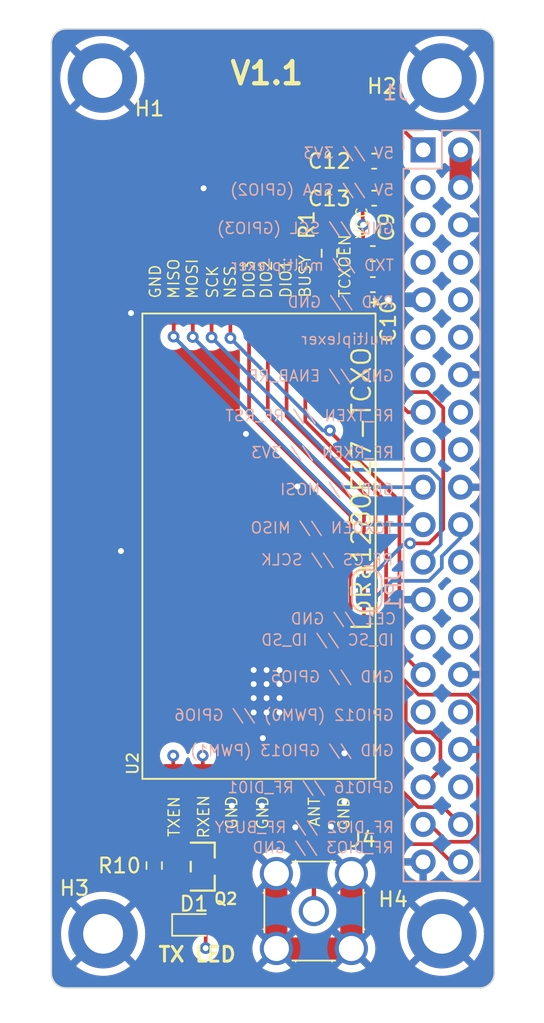
<source format=kicad_pcb>
(kicad_pcb (version 20240108) (generator "pcbnew") (generator_version "8.0")
  (title_block (title "Raspberry Pi SX1280 Adapter") (date "2024-03-26") (rev "1.0") (company "K6TJ") (comment 1 "Pete Mahowald"))
  (layers (0 "F.Cu" signal) (1 "In1.Cu" signal) (2 "In2.Cu" signal) (31 "B.Cu" signal) (34 "B.Paste" user) (35 "F.Paste" user) (36 "B.SilkS" user "B.Silkscreen") (37 "F.SilkS" user "F.Silkscreen") (38 "B.Mask" user) (39 "F.Mask" user) (44 "Edge.Cuts" user))
  (net 0 "")
  (net 1 "GND")
  (net 2 "5V")
  (net 3 "+3V3")
  (net 7 "TX")
  (net 8 "RX")
  (net 11 "ENAB_RF")
  (net 12 "RF_RST")
  (net 13 "RF_TX_EN")
  (net 15 "RF_RX_EN")
  (net 16 "MOSI")
  (net 17 "MISO")
  (net 18 "TCXO_EN")
  (net 19 "SCLK")
  (net 20 "RF_CS")
  (net 28 "RF_IO1")
  (net 30 "RF_BUSY")
  (net 31 "RF_IO2")
  (net 32 "RF_IO3")
  (net 33 "Net-(J4-In)")
  (net 34 "Net-(D1-K)")
  (net 35 "Net-(Q2-D)")
  (net 36 "Net-(J1-Pin_22)")
  (footprint "ssi_transistor:SOT-23" (layer "F.Cu") (at 135.301 104.95 -90)
    (property "Reference" "Q2" (at 2.63 -0.689 180) (layer "F.SilkS") (effects (font (size 0.77216 0.77216) (thickness 0.154432)) (justify left bottom)))
    (property "Value" "IRLML2803" (hide yes))
    (fp_line (start -0.3302 0.8128) (end 0.3302 0.8128) (stroke (width 0.1524)) (layer "F.SilkS"))
    (fp_line (start 1.6256 0.8128) (end 1.6256 -0.8128) (stroke (width 0.1524)) (layer "F.SilkS"))
    (fp_line (start -1.6256 -0.8128) (end -1.6256 0.8128) (stroke (width 0.1524)) (layer "F.SilkS"))
    (fp_line (start -0.6096 -0.8128) (end -1.6256 -0.8128) (stroke (width 0.1524)) (layer "F.SilkS"))
    (fp_line (start 1.6256 -0.8128) (end 0.6096 -0.8128) (stroke (width 0.1524)) (layer "F.SilkS"))
    (pad "1" smd rect (at -0.9525 1.0033 270) (size 0.5588 1.3208) (layers "F.Cu" "F.Paste" "F.Mask") (net 13 "RF_TX_EN"))
    (pad "2" smd rect (at 0.9525 1.0033 270) (size 0.5588 1.3208) (layers "F.Cu" "F.Paste" "F.Mask") (net 1 "GND"))
    (pad "3" smd rect (at 0 -0.8763 270) (size 0.5588 1.3208) (layers "F.Cu" "F.Paste" "F.Mask") (net 35 "Net-(Q2-D)"))
  )
  (footprint "MountingHole:MountingHole_2.7mm_M2.5_DIN965_Pad" (layer "F.Cu") (at 128.5 51.5)
    (property "Reference" "H1" (at 3.188 2.076 0) (layer "F.SilkS"))
    (property "Value" "MountingHole_Pad")
    (pad "1" thru_hole circle (at 0 0) (size 4.7 4.7) (drill 2.7) (layers "*.Cu" "*.Mask") (net 1 "GND"))
  )
  (footprint "Capacitor_SMD:C_0603_1608Metric" (layer "F.Cu") (at 146.915 59.642)
    (property "Reference" "C13" (at -3.035 0.03 0) (layer "F.SilkS"))
    (property "Value" "0.1uF")
    (fp_line (start -0.14058 -0.51) (end 0.14058 -0.51) (stroke (width 0.12)) (layer "F.SilkS"))
    (fp_line (start -0.14058 0.51) (end 0.14058 0.51) (stroke (width 0.12)) (layer "F.SilkS"))
    (pad "1" smd roundrect (at -0.775 0) (size 0.9 0.95) (layers "F.Cu" "F.Paste" "F.Mask") (net 2 "5V"))
    (pad "2" smd roundrect (at 0.775 0) (size 0.9 0.95) (layers "F.Cu" "F.Paste" "F.Mask") (net 1 "GND"))
  )
  (footprint "MountingHole:MountingHole_2.7mm_M2.5_DIN965_Pad" (layer "F.Cu") (at 151.5 51.5)
    (property "Reference" "H2" (at -4.064 0.552 0) (layer "F.SilkS"))
    (property "Value" "MountingHole_Pad")
    (pad "1" thru_hole circle (at 0 0) (size 4.7 4.7) (drill 2.7) (layers "*.Cu" "*.Mask") (net 1 "GND"))
  )
  (footprint "LED_SMD:LED_0603_1608Metric" (layer "F.Cu") (at 134.7125 108.9)
    (property "Reference" "D1" (at 0 -1.43 0) (layer "F.SilkS"))
    (property "Value" "LTST-C191KGKT")
    (fp_line (start -1.485 -0.735) (end -1.485 0.735) (stroke (width 0.12)) (layer "F.SilkS"))
    (fp_line (start -1.485 0.735) (end 0.8 0.735) (stroke (width 0.12)) (layer "F.SilkS"))
    (fp_line (start 0.8 -0.735) (end -1.485 -0.735) (stroke (width 0.12)) (layer "F.SilkS"))
    (pad "1" smd roundrect (at -0.7875 0) (size 0.875 0.95) (layers "F.Cu" "F.Paste" "F.Mask") (net 34 "Net-(D1-K)"))
    (pad "2" smd roundrect (at 0.7875 0) (size 0.875 0.95) (layers "F.Cu" "F.Paste" "F.Mask") (net 2 "5V"))
  )
  (footprint "Capacitor_SMD:C_0603_1608Metric" (layer "F.Cu") (at 146.825 65.5)
    (property "Reference" "C10" (at 1.045 2.49 90) (layer "F.SilkS"))
    (property "Value" "0.1uF")
    (fp_line (start -0.14058 -0.51) (end 0.14058 -0.51) (stroke (width 0.12)) (layer "F.SilkS"))
    (fp_line (start -0.14058 0.51) (end 0.14058 0.51) (stroke (width 0.12)) (layer "F.SilkS"))
    (pad "1" smd roundrect (at -0.775 0) (size 0.9 0.95) (layers "F.Cu" "F.Paste" "F.Mask") (net 2 "5V"))
    (pad "2" smd roundrect (at 0.775 0) (size 0.9 0.95) (layers "F.Cu" "F.Paste" "F.Mask") (net 1 "GND"))
  )
  (footprint "ssi_IC:LORA128XF27" (layer "F.Cu") (at 131.81 99 90)
    (property "Reference" "U2" (at 0.2 -1.7 90) (layer "F.SilkS") (effects (font (size 0.762 0.762) (thickness 0.127)) (justify left top)))
    (property "Value" "LoRa1280F27-TCXO" (at 9.9 13.5 90) (layer "F.SilkS") (effects (font (size 1.27 1.27)) (justify left top)))
    (fp_line (start 31.54 -0.6) (end 0 -0.6) (stroke (width 0.127)) (layer "F.SilkS"))
    (fp_line (start 31.54 15.13) (end 31.54 -0.6) (stroke (width 0.127)) (layer "F.SilkS"))
    (fp_line (start 31.54 15.2) (end 0 15.2) (stroke (width 0.127)) (layer "F.SilkS"))
    (fp_line (start 0 15.2) (end 0 -0.6) (stroke (width 0.127)) (layer "F.SilkS"))
    (fp_text user "*" (at 31.81 16.06 90) (layer "F.SilkS") (effects (justify left bottom)))
    (pad "1" smd rect (at 31.54 14.25 270) (size 1.5 0.975) (layers "F.Cu" "F.Paste" "F.Mask") (net 2 "5V"))
    (pad "2" smd rect (at 31.54 12.98 270) (size 1.5 0.975) (layers "F.Cu" "F.Paste" "F.Mask") (net 18 "TCXO_EN"))
    (pad "3" smd rect (at 31.54 11.71 270) (size 1.5 0.975) (layers "F.Cu" "F.Paste" "F.Mask") (net 12 "RF_RST"))
    (pad "4" smd rect (at 31.54 10.44 270) (size 1.5 0.975) (layers "F.Cu" "F.Paste" "F.Mask") (net 30 "RF_BUSY"))
    (pad "5" smd rect (at 31.54 9.17 270) (size 1.5 0.975) (layers "F.Cu" "F.Paste" "F.Mask") (net 28 "RF_IO1"))
    (pad "6" smd rect (at 31.54 7.9 270) (size 1.5 0.975) (layers "F.Cu" "F.Paste" "F.Mask") (net 31 "RF_IO2"))
    (pad "7" smd rect (at 31.54 6.63 270) (size 1.5 0.975) (layers "F.Cu" "F.Paste" "F.Mask") (net 32 "RF_IO3"))
    (pad "8" smd rect (at 31.54 5.36 270) (size 1.5 0.975) (layers "F.Cu" "F.Paste" "F.Mask") (net 20 "RF_CS"))
    (pad "9" smd rect (at 31.54 4.09 270) (size 1.5 0.975) (layers "F.Cu" "F.Paste" "F.Mask") (net 19 "SCLK"))
    (pad "10" smd rect (at 31.54 2.82 270) (size 1.5 0.975) (layers "F.Cu" "F.Paste" "F.Mask") (net 16 "MOSI"))
    (pad "11" smd rect (at 31.54 1.55 270) (size 1.5 0.975) (layers "F.Cu" "F.Paste" "F.Mask") (net 17 "MISO"))
    (pad "12" smd rect (at 31.54 0.28 270) (size 1.5 0.975) (layers "F.Cu" "F.Paste" "F.Mask") (net 1 "GND"))
    (pad "13" smd rect (at 0 1.5 270) (size 2 1.3) (layers "F.Cu" "F.Paste" "F.Mask") (net 13 "RF_TX_EN"))
    (pad "14" smd rect (at 0 3.5 270) (size 2 1.3) (layers "F.Cu" "F.Paste" "F.Mask") (net 15 "RF_RX_EN"))
    (pad "15" smd rect (at 0 5.5 270) (size 2 1.3) (layers "F.Cu" "F.Paste" "F.Mask") (net 1 "GND"))
    (pad "16" smd rect (at 0 7.5 270) (size 2 1.3) (layers "F.Cu" "F.Paste" "F.Mask") (net 1 "GND"))
    (pad "17" smd rect (at 0 11.02 270) (size 2 1.3) (layers "F.Cu" "F.Paste" "F.Mask") (net 33 "Net-(J4-In)"))
    (pad "18" smd rect (at 0 13.02 270) (size 2 1.3) (layers "F.Cu" "F.Paste" "F.Mask") (net 1 "GND"))
    (pad "19" smd rect (at 5.9 7.75 270) (size 7.3 5.1) (layers "F.Cu" "F.Paste" "F.Mask") (net 1 "GND"))
  )
  (footprint "MountingHole:MountingHole_2.7mm_M2.5_DIN965_Pad" (layer "F.Cu") (at 151.5 109.5)
    (property "Reference" "H4" (at -3.302 -2.33 0) (layer "F.SilkS"))
    (property "Value" "MountingHole_Pad")
    (pad "1" thru_hole circle (at 0 0) (size 4.7 4.7) (drill 2.7) (layers "*.Cu" "*.Mask") (net 1 "GND"))
  )
  (footprint "Resistor_SMD:R_0603_1608Metric" (layer "F.Cu") (at 132.0125 104.875 90)
    (property "Reference" "R10" (at -0.009 -2.3565 0) (layer "F.SilkS"))
    (property "Value" "330")
    (fp_line (start -0.237258 -0.5225) (end 0.237258 -0.5225) (stroke (width 0.12)) (layer "F.SilkS"))
    (fp_line (start -0.237258 0.5225) (end 0.237258 0.5225) (stroke (width 0.12)) (layer "F.SilkS"))
    (pad "1" smd roundrect (at -0.825 0 90) (size 0.8 0.95) (layers "F.Cu" "F.Paste" "F.Mask") (net 34 "Net-(D1-K)"))
    (pad "2" smd roundrect (at 0.825 0 90) (size 0.8 0.95) (layers "F.Cu" "F.Paste" "F.Mask") (net 35 "Net-(Q2-D)"))
  )
  (footprint "Capacitor_SMD:C_0603_1608Metric" (layer "F.Cu") (at 146.825 63.4)
    (property "Reference" "C9" (at 0.925 -1.8 90) (layer "F.SilkS"))
    (property "Value" "10uF")
    (fp_line (start -0.14058 -0.51) (end 0.14058 -0.51) (stroke (width 0.12)) (layer "F.SilkS"))
    (fp_line (start -0.14058 0.51) (end 0.14058 0.51) (stroke (width 0.12)) (layer "F.SilkS"))
    (pad "1" smd roundrect (at -0.775 0) (size 0.9 0.95) (layers "F.Cu" "F.Paste" "F.Mask") (net 2 "5V"))
    (pad "2" smd roundrect (at 0.775 0) (size 0.9 0.95) (layers "F.Cu" "F.Paste" "F.Mask") (net 1 "GND"))
  )
  (footprint "MountingHole:MountingHole_2.7mm_M2.5_DIN965_Pad" (layer "F.Cu") (at 128.55 109.5)
    (property "Reference" "H3" (at -1.942 -3.092 0) (layer "F.SilkS"))
    (property "Value" "MountingHole_Pad")
    (pad "1" thru_hole circle (at 0 0) (size 4.7 4.7) (drill 2.7) (layers "*.Cu" "*.Mask") (net 1 "GND"))
  )
  (footprint "Resistor_SMD:R_0603_1608Metric_Pad0.98x0.95mm_HandSolder" (layer "F.Cu") (at 143.88 63.3785 -90)
    (property "Reference" "R1" (at -1.9285 1.524 90) (layer "F.SilkS"))
    (property "Value" "1K")
    (fp_line (start -0.254724 0.5225) (end 0.254724 0.5225) (stroke (width 0.12)) (layer "F.SilkS"))
    (fp_line (start -0.254724 -0.5225) (end 0.254724 -0.5225) (stroke (width 0.12)) (layer "F.SilkS"))
    (pad "1" smd roundrect (at -0.9125 0 270) (size 0.975 0.95) (layers "F.Cu" "F.Paste" "F.Mask") (net 3 "+3V3"))
    (pad "2" smd roundrect (at 0.9125 0 270) (size 0.975 0.95) (layers "F.Cu" "F.Paste" "F.Mask") (net 18 "TCXO_EN"))
  )
  (footprint "ssi_connector:SMA_Amphenol_901-144_horizontal" (layer "F.Cu") (at 142.83 107.96)
    (property "Reference" "J4" (at 3.336 -4.854 0) (layer "F.SilkS"))
    (property "Value" "Amphenol_901-144")
    (fp_line (start -3.355 -1.45) (end -3.355 1.45) (stroke (width 0.12)) (layer "F.SilkS"))
    (fp_line (start -1.45 -3.355) (end 1.45 -3.355) (stroke (width 0.12)) (layer "F.SilkS"))
    (fp_line (start -1.45 3.355) (end 1.45 3.355) (stroke (width 0.12)) (layer "F.SilkS"))
    (fp_line (start 3.355 -1.45) (end 3.355 1.45) (stroke (width 0.12)) (layer "F.SilkS"))
    (pad "1" thru_hole circle (at 0 0) (size 2.05 2.05) (drill 1.5) (layers "*.Cu" "*.Mask") (net 33 "Net-(J4-In)"))
    (pad "2" thru_hole circle (at -2.54 -2.54) (size 2.25 2.25) (drill 1.7) (layers "*.Cu" "*.Mask") (net 1 "GND"))
    (pad "2" thru_hole circle (at -2.54 2.54) (size 2.25 2.25) (drill 1.7) (layers "*.Cu" "*.Mask") (net 1 "GND"))
    (pad "2" thru_hole circle (at 2.54 -2.54) (size 2.25 2.25) (drill 1.7) (layers "*.Cu" "*.Mask") (net 1 "GND"))
    (pad "2" thru_hole circle (at 2.54 2.54) (size 2.25 2.25) (drill 1.7) (layers "*.Cu" "*.Mask") (net 1 "GND"))
  )
  (footprint "Capacitor_SMD:C_0603_1608Metric" (layer "F.Cu") (at 146.915 57.132)
    (property "Reference" "C12" (at -3.035 0 0) (layer "F.SilkS"))
    (property "Value" "10uF")
    (fp_line (start -0.14058 -0.51) (end 0.14058 -0.51) (stroke (width 0.12)) (layer "F.SilkS"))
    (fp_line (start -0.14058 0.51) (end 0.14058 0.51) (stroke (width 0.12)) (layer "F.SilkS"))
    (pad "1" smd roundrect (at -0.775 0) (size 0.9 0.95) (layers "F.Cu" "F.Paste" "F.Mask") (net 2 "5V"))
    (pad "2" smd roundrect (at 0.775 0) (size 0.9 0.95) (layers "F.Cu" "F.Paste" "F.Mask") (net 1 "GND"))
  )
  (footprint "Jumper:SolderJumper-2_P1.3mm_Bridged2Bar_RoundedPad1.0x1.5mm" (layer "B.Cu") (at 146.42 86.23 90)
    (property "Reference" "JP1" (at 0 1.8 90) (layer "B.SilkS") (effects (justify mirror)))
    (property "Value" "SolderJumper_2_Bridged")
    (fp_poly (pts (xy -0.25 -0.2) (xy 0.25 -0.2) (xy 0.25 -0.6) (xy -0.25 -0.6)) (fill solid) (layer "B.Cu"))
    (fp_poly (pts (xy -0.25 0.6) (xy 0.25 0.6) (xy 0.25 0.2) (xy -0.25 0.2)) (fill solid) (layer "B.Cu"))
    (fp_line (start -0.7 -1) (end 0.7 -1) (stroke (width 0.12)) (layer "B.SilkS"))
    (fp_line (start 1.4 -0.3) (end 1.4 0.3) (stroke (width 0.12)) (layer "B.SilkS"))
    (fp_line (start -1.4 0.3) (end -1.4 -0.3) (stroke (width 0.12)) (layer "B.SilkS"))
    (fp_line (start 0.7 1) (end -0.7 1) (stroke (width 0.12)) (layer "B.SilkS"))
    (fp_arc (start 0.7 -1) (mid 1.194975 -0.794975) (end 1.4 -0.3) (stroke (width 0.12)) (layer "B.SilkS"))
    (fp_arc (start -1.4 -0.3) (mid -1.194975 -0.794975) (end -0.7 -1) (stroke (width 0.12)) (layer "B.SilkS"))
    (fp_arc (start 1.4 0.3) (mid 1.194975 0.794975) (end 0.7 1) (stroke (width 0.12)) (layer "B.SilkS"))
    (fp_arc (start -0.7 1) (mid -1.194975 0.794975) (end -1.4 0.3) (stroke (width 0.12)) (layer "B.SilkS"))
    (pad "1" smd custom (at -0.65 0 90) (size 1 0.5) (layers "B.Cu" "B.Mask") (net 36 "Net-(J1-Pin_22)") (options (clearance outline) (anchor rect)) (primitives (gr_circle (center 0 -0.25) (end 0.5 -0.25) (width 0) (fill yes)) (gr_circle (center 0 0.25) (end 0.5 0.25) (width 0) (fill yes)) (gr_poly (pts (xy 0.5 -0.75) (xy 0 -0.75) (xy 0 0.75) (xy 0.5 0.75)) (width 0) (fill yes))))
    (pad "2" smd custom (at 0.65 0 90) (size 1 0.5) (layers "B.Cu" "B.Mask") (net 18 "TCXO_EN") (options (clearance outline) (anchor rect)) (primitives (gr_circle (center 0 -0.25) (end 0.5 -0.25) (width 0) (fill yes)) (gr_circle (center 0 0.25) (end 0.5 0.25) (width 0) (fill yes)) (gr_poly (pts (xy 0 -0.75) (xy -0.5 -0.75) (xy -0.5 0.75) (xy 0 0.75)) (width 0) (fill yes))))
  )
  (footprint "ssi_connector:PRT-21570" (layer "B.Cu") (at 150.23 56.37 180)
    (property "Reference" "J1" (at 1.86 3.88 0) (layer "B.SilkS") (effects (justify mirror)))
    (property "Value" "PRT-21570")
    (fp_line (start 1.33 1.33) (end 0 1.33) (stroke (width 0.12)) (layer "B.SilkS"))
    (fp_line (start 1.33 0) (end 1.33 1.33) (stroke (width 0.12)) (layer "B.SilkS"))
    (fp_line (start 1.33 -1.27) (end -1.27 -1.27) (stroke (width 0.12)) (layer "B.SilkS"))
    (fp_line (start 1.33 -49.59) (end 1.33 -1.27) (stroke (width 0.12)) (layer "B.SilkS"))
    (fp_line (start 1.33 -49.59) (end -3.87 -49.59) (stroke (width 0.12)) (layer "B.SilkS"))
    (fp_line (start -1.27 1.33) (end -3.87 1.33) (stroke (width 0.12)) (layer "B.SilkS"))
    (fp_line (start -1.27 -1.27) (end -1.27 1.33) (stroke (width 0.12)) (layer "B.SilkS"))
    (fp_line (start -3.87 -49.59) (end -3.87 1.33) (stroke (width 0.12)) (layer "B.SilkS"))
    (pad "1" thru_hole rect (at 0 0 180) (size 1.7 1.7) (drill 1) (layers "*.Cu" "*.Mask") (net 3 "+3V3"))
    (pad "2" thru_hole oval (at -2.54 0 180) (size 1.7 1.7) (drill 1) (layers "*.Cu" "*.Mask") (net 2 "5V"))
    (pad "3" thru_hole oval (at 0 -2.54 180) (size 1.7 1.7) (drill 1) (layers "*.Cu" "*.Mask"))
    (pad "4" thru_hole oval (at -2.54 -2.54 180) (size 1.7 1.7) (drill 1) (layers "*.Cu" "*.Mask") (net 2 "5V"))
    (pad "5" thru_hole oval (at 0 -5.08 180) (size 1.7 1.7) (drill 1) (layers "*.Cu" "*.Mask"))
    (pad "6" thru_hole oval (at -2.54 -5.08 180) (size 1.7 1.7) (drill 1) (layers "*.Cu" "*.Mask") (net 1 "GND"))
    (pad "7" thru_hole oval (at 0 -7.62 180) (size 1.7 1.7) (drill 1) (layers "*.Cu" "*.Mask"))
    (pad "8" thru_hole oval (at -2.54 -7.62 180) (size 1.7 1.7) (drill 1) (layers "*.Cu" "*.Mask") (net 7 "TX"))
    (pad "9" thru_hole oval (at 0 -10.16 180) (size 1.7 1.7) (drill 1) (layers "*.Cu" "*.Mask") (net 1 "GND"))
    (pad "10" thru_hole oval (at -2.54 -10.16 180) (size 1.7 1.7) (drill 1) (layers "*.Cu" "*.Mask") (net 8 "RX"))
    (pad "11" thru_hole oval (at 0 -12.7 180) (size 1.7 1.7) (drill 1) (layers "*.Cu" "*.Mask"))
    (pad "12" thru_hole oval (at -2.54 -12.7 180) (size 1.7 1.7) (drill 1) (layers "*.Cu" "*.Mask"))
    (pad "13" thru_hole oval (at 0 -15.24 180) (size 1.7 1.7) (drill 1) (layers "*.Cu" "*.Mask") (net 11 "ENAB_RF"))
    (pad "14" thru_hole oval (at -2.54 -15.24 180) (size 1.7 1.7) (drill 1) (layers "*.Cu" "*.Mask") (net 1 "GND"))
    (pad "15" thru_hole oval (at 0 -17.78 180) (size 1.7 1.7) (drill 1) (layers "*.Cu" "*.Mask") (net 12 "RF_RST"))
    (pad "16" thru_hole oval (at -2.54 -17.78 180) (size 1.7 1.7) (drill 1) (layers "*.Cu" "*.Mask") (net 13 "RF_TX_EN"))
    (pad "17" thru_hole oval (at 0 -20.32 180) (size 1.7 1.7) (drill 1) (layers "*.Cu" "*.Mask"))
    (pad "18" thru_hole oval (at -2.54 -20.32 180) (size 1.7 1.7) (drill 1) (layers "*.Cu" "*.Mask") (net 15 "RF_RX_EN"))
    (pad "19" thru_hole oval (at 0 -22.86 180) (size 1.7 1.7) (drill 1) (layers "*.Cu" "*.Mask") (net 16 "MOSI"))
    (pad "20" thru_hole oval (at -2.54 -22.86 180) (size 1.7 1.7) (drill 1) (layers "*.Cu" "*.Mask") (net 1 "GND"))
    (pad "21" thru_hole oval (at 0 -25.4 180) (size 1.7 1.7) (drill 1) (layers "*.Cu" "*.Mask") (net 17 "MISO"))
    (pad "22" thru_hole oval (at -2.54 -25.4 180) (size 1.7 1.7) (drill 1) (layers "*.Cu" "*.Mask") (net 36 "Net-(J1-Pin_22)"))
    (pad "23" thru_hole oval (at 0 -27.94 180) (size 1.7 1.7) (drill 1) (layers "*.Cu" "*.Mask") (net 19 "SCLK"))
    (pad "24" thru_hole oval (at -2.54 -27.94 180) (size 1.7 1.7) (drill 1) (layers "*.Cu" "*.Mask"))
    (pad "25" thru_hole oval (at 0 -30.48 180) (size 1.7 1.7) (drill 1) (layers "*.Cu" "*.Mask") (net 1 "GND"))
    (pad "26" thru_hole oval (at -2.54 -30.48 180) (size 1.7 1.7) (drill 1) (layers "*.Cu" "*.Mask"))
    (pad "27" thru_hole oval (at 0 -33.02 180) (size 1.7 1.7) (drill 1) (layers "*.Cu" "*.Mask"))
    (pad "28" thru_hole oval (at -2.54 -33.02 180) (size 1.7 1.7) (drill 1) (layers "*.Cu" "*.Mask"))
    (pad "29" thru_hole oval (at 0 -35.56 180) (size 1.7 1.7) (drill 1) (layers "*.Cu" "*.Mask") (net 20 "RF_CS"))
    (pad "30" thru_hole oval (at -2.54 -35.56 180) (size 1.7 1.7) (drill 1) (layers "*.Cu" "*.Mask") (net 1 "GND"))
    (pad "31" thru_hole oval (at 0 -38.1 180) (size 1.7 1.7) (drill 1) (layers "*.Cu" "*.Mask"))
    (pad "32" thru_hole oval (at -2.54 -38.1 180) (size 1.7 1.7) (drill 1) (layers "*.Cu" "*.Mask"))
    (pad "33" thru_hole oval (at 0 -40.64 180) (size 1.7 1.7) (drill 1) (layers "*.Cu" "*.Mask"))
    (pad "34" thru_hole oval (at -2.54 -40.64 180) (size 1.7 1.7) (drill 1) (layers "*.Cu" "*.Mask") (net 1 "GND"))
    (pad "35" thru_hole oval (at 0 -43.18 180) (size 1.7 1.7) (drill 1) (layers "*.Cu" "*.Mask") (net 28 "RF_IO1"))
    (pad "36" thru_hole oval (at -2.54 -43.18 180) (size 1.7 1.7) (drill 1) (layers "*.Cu" "*.Mask"))
    (pad "37" thru_hole oval (at 0 -45.72 180) (size 1.7 1.7) (drill 1) (layers "*.Cu" "*.Mask") (net 30 "RF_BUSY"))
    (pad "38" thru_hole oval (at -2.54 -45.72 180) (size 1.7 1.7) (drill 1) (layers "*.Cu" "*.Mask") (net 31 "RF_IO2"))
    (pad "39" thru_hole oval (at 0 -48.26 180) (size 1.7 1.7) (drill 1) (layers "*.Cu" "*.Mask") (net 1 "GND"))
    (pad "40" thru_hole oval (at -2.54 -48.26 180) (size 1.7 1.7) (drill 1) (layers "*.Cu" "*.Mask") (net 32 "RF_IO3"))
  )
  (gr_arc (start 125.05 49.17) (mid 125.342893 48.462893) (end 126.05 48.17) (stroke (width 0.1)) (layer "Edge.Cuts"))
  (gr_arc (start 154.05 48.17) (mid 154.757107 48.462893) (end 155.05 49.17) (stroke (width 0.1)) (layer "Edge.Cuts"))
  (gr_line (start 125.05 49.17) (end 125.05 112.17) (stroke (width 0.1)) (layer "Edge.Cuts"))
  (gr_line (start 154.05 48.17) (end 126.05 48.17) (stroke (width 0.1)) (layer "Edge.Cuts"))
  (gr_line (start 155.05 112.17) (end 155.05 49.17) (stroke (width 0.1)) (layer "Edge.Cuts"))
  (gr_line (start 126.05 113.17) (end 154.05 113.17) (stroke (width 0.1)) (layer "Edge.Cuts"))
  (gr_arc (start 155.05 112.17) (mid 154.757107 112.877107) (end 154.05 113.17) (stroke (width 0.1)) (layer "Edge.Cuts"))
  (gr_arc (start 126.05 113.17) (mid 125.342893 112.877107) (end 125.05 112.17) (stroke (width 0.1)) (layer "Edge.Cuts"))
  (gr_text "ID_SC // ID_SD" (at 148.325 90.025 0) (layer "B.SilkS") (effects (font (size 0.75 0.75) (thickness 0.1)) (justify left bottom mirror)))
  (gr_text "TCXOEN // MISO" (at 148.325 82.425 0) (layer "B.SilkS") (effects (font (size 0.75 0.75) (thickness 0.1)) (justify left bottom mirror)))
  (gr_text "CE1 // GND" (at 148.47 88.59 0) (layer "B.SilkS") (effects (font (size 0.75 0.75) (thickness 0.1)) (justify left bottom mirror)))
  (gr_text "GND // SCL (GPIO3)" (at 148.325 62.125 0) (layer "B.SilkS") (effects (font (size 0.75 0.75) (thickness 0.1)) (justify left bottom mirror)))
  (gr_text "GND // MOSI" (at 148.325 79.825 0) (layer "B.SilkS") (effects (font (size 0.75 0.75) (thickness 0.1)) (justify left bottom mirror)))
  (gr_text "GPIO12 (PWM0) // GPIO6" (at 148.325 95.125 0) (layer "B.SilkS") (effects (font (size 0.75 0.75) (thickness 0.1)) (justify left bottom mirror)))
  (gr_text "RF_DIO2 // RF_BUSY" (at 148.325 102.725 0) (layer "B.SilkS") (effects (font (size 0.75 0.75) (thickness 0.1)) (justify left bottom mirror)))
  (gr_text "5V // 3V3" (at 148.325 57.025 0) (layer "B.SilkS") (effects (font (size 0.75 0.75) (thickness 0.1)) (justify left bottom mirror)))
  (gr_text "GND // GPIO5" (at 148.325 92.525 0) (layer "B.SilkS") (effects (font (size 0.75 0.75) (thickness 0.1)) (justify left bottom mirror)))
  (gr_text "GPIO16 // RF_DI01" (at 148.325 100.025 0) (layer "B.SilkS") (effects (font (size 0.75 0.75) (thickness 0.1)) (justify left bottom mirror)))
  (gr_text "RF_CS // SCLK" (at 148.27 84.59 0) (layer "B.SilkS") (effects (font (size 0.75 0.75) (thickness 0.1)) (justify left bottom mirror)))
  (gr_text "RF_RXEN // 3V3" (at 148.325 77.325 0) (layer "B.SilkS") (effects (font (size 0.75 0.75) (thickness 0.1)) (justify left bottom mirror)))
  (gr_text "TXD // multiplexer" (at 148.325 64.625 0) (layer "B.SilkS") (effects (font (size 0.75 0.75) (thickness 0.1)) (justify left bottom mirror)))
  (gr_text "5V // SDA (GPIO2)" (at 148.325 59.525 0) (layer "B.SilkS") (effects (font (size 0.75 0.75) (thickness 0.1)) (justify left bottom mirror)))
  (gr_text "RXD // GND" (at 148.325 67.125 0) (layer "B.SilkS") (effects (font (size 0.75 0.75) (thickness 0.1)) (justify left bottom mirror)))
  (gr_text "GND // GPIO13 (PWM1)" (at 148.325 97.525 0) (layer "B.SilkS") (effects (font (size 0.75 0.75) (thickness 0.1)) (justify left bottom mirror)))
  (gr_text "GND // ENAB_RF" (at 148.325 72.125 0) (layer "B.SilkS") (effects (font (size 0.75 0.75) (thickness 0.1)) (justify left bottom mirror)))
  (gr_text "RF_DIO3 // GND" (at 148.3 104.1 0) (layer "B.SilkS") (effects (font (size 0.75 0.75) (thickness 0.1)) (justify left bottom mirror)))
  (gr_text "RF_TXEN // RF_RST" (at 148.325 74.825 0) (layer "B.SilkS") (effects (font (size 0.75 0.75) (thickness 0.1)) (justify left bottom mirror)))
  (gr_text "multiplexer" (at 148.325 69.625 0) (layer "B.SilkS") (effects (font (size 0.75 0.75) (thickness 0.1)) (justify left bottom mirror)))
  (gr_text "DIO2" (at 140.05 66.525 90) (layer "F.SilkS") (effects (font (size 0.75 0.75) (thickness 0.1)) (justify left bottom)))
  (gr_text "DIO1" (at 141.375 66.475 90) (layer "F.SilkS") (effects (font (size 0.75 0.75) (thickness 0.1)) (justify left bottom)))
  (gr_text "BUSY" (at 142.675 66.45 90) (layer "F.SilkS") (effects (font (size 0.75 0.75) (thickness 0.1)) (justify left bottom)))
  (gr_text "SCK" (at 136.4 66.5 90) (layer "F.SilkS") (effects (font (size 0.75 0.75) (thickness 0.1)) (justify left bottom)))
  (gr_text "TCXOEN" (at 145.37 66.45 90) (layer "F.SilkS") (effects (font (size 0.75 0.75) (thickness 0.1)) (justify left bottom)))
  (gr_text "GND" (at 139.8 102.5 90) (layer "F.SilkS") (effects (font (size 0.75 0.75) (thickness 0.1)) (justify left bottom)))
  (gr_text "MOSI" (at 135.025 66.525 90) (layer "F.SilkS") (effects (font (size 0.75 0.75) (thickness 0.1)) (justify left bottom)))
  (gr_text "NSS" (at 137.6 66.5 90) (layer "F.SilkS") (effects (font (size 0.75 0.75) (thickness 0.1)) (justify left bottom)))
  (gr_text "MISO" (at 133.775 66.525 90) (layer "F.SilkS") (effects (font (size 0.75 0.75) (thickness 0.1)) (justify left bottom)))
  (gr_text "RXEN" (at 135.8 103.1 90) (layer "F.SilkS") (effects (font (size 0.75 0.75) (thickness 0.1)) (justify left bottom)))
  (gr_text "GND" (at 132.525 66.5 90) (layer "F.SilkS") (effects (font (size 0.75 0.75) (thickness 0.1)) (justify left bottom)))
  (gr_text "DIO3" (at 138.875 66.525 90) (layer "F.SilkS") (effects (font (size 0.75 0.75) (thickness 0.1)) (justify left bottom)))
  (gr_text "GND" (at 145.3 102.555 90) (layer "F.SilkS") (effects (font (size 0.75 0.75) (thickness 0.1)) (justify left bottom)))
  (gr_text "TX LED" (at 132.196 111.488 0) (layer "F.SilkS") (effects (font (size 1 1) (thickness 0.2) (bold yes)) (justify left bottom)))
  (gr_text "ANT" (at 143.3 102.3 90) (layer "F.SilkS") (effects (font (size 0.75 0.75) (thickness 0.1)) (justify left bottom)))
  (gr_text "V1.1" (at 137.022 52.052 0) (layer "F.SilkS") (effects (font (size 1.5 1.5) (thickness 0.3) (bold yes)) (justify left bottom)))
  (gr_text "TXEN" (at 133.8 103 90) (layer "F.SilkS") (effects (font (size 0.75 0.75) (thickness 0.1)) (justify left bottom)))
  (gr_text "VCC" (at 146.525 62.45 90) (layer "F.SilkS") (effects (font (size 0.75 0.75) (thickness 0.1)) (justify left bottom)))
  (gr_text "GND" (at 137.7 102.5 90) (layer "F.SilkS") (effects (font (size 0.75 0.75) (thickness 0.1)) (justify left bottom)))
  (segment (start 147.6 65.5) (end 147.6 66.25) (width 0.5) (layer "F.Cu") (net 1))
  (segment (start 147.6 66.25) (end 147.875 66.525) (width 0.5) (layer "F.Cu") (net 1))
  (segment (start 141.43 93.1) (end 139.56 93.1) (width 1.5) (layer "F.Cu") (net 1))
  (segment (start 147.6 65.5) (end 147.6 63.4) (width 0.5) (layer "F.Cu") (net 1))
  (segment (start 140.52 95.35) (end 138.27 93.1) (width 1) (layer "F.Cu") (net 1))
  (segment (start 145.37 110.5) (end 140.29 110.5) (width 1.5) (layer "F.Cu") (net 1))
  (segment (start 145.37 105.42) (end 145.37 110.5) (width 1.5) (layer "F.Cu") (net 1))
  (segment (start 140.29 105.42) (end 140.29 110.5) (width 1.5) (layer "F.Cu") (net 1))
  (segment (start 139.31 94.815) (end 139.625 94.5) (width 1.5) (layer "F.Cu") (net 1))
  (via (at 130.44 67.43) (size 0.8) (drill 0.4) (layers "F.Cu" "B.Cu") (net 1))
  (via (at 140.5 92.575) (size 0.8) (drill 0.4) (layers "F.Cu" "B.Cu") (net 1))
  (via (at 140.5 91.625) (size 0.8) (drill 0.4) (layers "F.Cu" "B.Cu") (net 1))
  (via (at 139.625 91.625) (size 0.8) (drill 0.4) (layers "F.Cu" "B.Cu") (net 1))
  (via (at 138.23 75.62) (size 0.8) (drill 0.4) (layers "F.Cu" "B.Cu") (net 1))
  (via (at 144.896 97.264) (size 0.8) (drill 0.4) (layers "F.Cu" "B.Cu") (net 1))
  (via (at 139.625 93.525) (size 0.8) (drill 0.4) (layers "F.Cu" "B.Cu") (net 1))
  (via (at 141.72 79.18) (size 0.8) (drill 0.4) (layers "F.Cu" "B.Cu") (net 1))
  (via (at 144.896 100.566) (size 0.8) (drill 0.4) (layers "F.Cu" "B.Cu") (net 1))
  (via (at 147.875 66.525) (size 0.8) (drill 0.4) (layers "F.Cu" "B.Cu") (net 1))
  (via (at 143.99 102.23) (size 0.8) (drill 0.4) (layers "F.Cu" "B.Cu") (net 1))
  (via (at 135.36 58.97) (size 0.8) (drill 0.4) (layers "F.Cu" "B.Cu") (net 1))
  (via (at 139.625 92.575) (size 0.8) (drill 0.4) (layers "F.Cu" "B.Cu") (net 1))
  (via (at 140.5 93.525) (size 0.8) (drill 0.4) (layers "F.Cu" "B.Cu") (net 1))
  (via (at 138.75 91.625) (size 0.8) (drill 0.4) (layers "F.Cu" "B.Cu") (net 1))
  (via (at 139.308 100.82) (size 0.8) (drill 0.4) (layers "F.Cu" "B.Cu") (net 1))
  (via (at 139.37 96.24) (size 0.8) (drill 0.4) (layers "F.Cu" "B.Cu") (net 1))
  (via (at 141.57 102.28) (size 0.8) (drill 0.4) (layers "F.Cu" "B.Cu") (net 1))
  (via (at 138.75 93.525) (size 0.8) (drill 0.4) (layers "F.Cu" "B.Cu") (net 1))
  (via (at 138.75 92.575) (size 0.8) (drill 0.4) (layers "F.Cu" "B.Cu") (net 1))
  (via (at 129.76 83.56) (size 0.8) (drill 0.4) (layers "F.Cu" "B.Cu") (net 1))
  (via (at 138.75 94.5) (size 0.8) (drill 0.4) (layers "F.Cu" "B.Cu") (net 1))
  (via (at 140.5 94.5) (size 0.8) (drill 0.4) (layers "F.Cu" "B.Cu") (net 1))
  (via (at 139.625 94.5) (size 0.8) (drill 0.4) (layers "F.Cu" "B.Cu") (net 1))
  (via (at 137.276 100.82) (size 0.8) (drill 0.4) (layers "F.Cu" "B.Cu") (net 1))
  (segment (start 147.875 66.525) (end 147.87 66.53) (width 1) (layer "B.Cu") (net 1))
  (segment (start 152.77 61.45) (end 154.5 61.45) (width 1) (layer "B.Cu") (net 1))
  (segment (start 150.23 66.53) (end 147.875 66.525) (width 1) (layer "B.Cu") (net 1))
  (segment (start 146.166 61.45) (end 146.166 63.284) (width 0.25) (layer "F.Cu") (net 2))
  (segment (start 146.06 67.46) (end 146.075 67.445) (width 0.5) (layer "F.Cu") (net 2))
  (segment (start 146.14 59.642) (end 146.14 61.424) (width 0.25) (layer "F.Cu") (net 2))
  (segment (start 146.075 63.425) (end 146.05 63.4) (width 0.5) (layer "F.Cu") (net 2))
  (segment (start 135.5 110.47) (end 135.498 110.472) (width 0.25) (layer "F.Cu") (net 2))
  (segment (start 146.075 67.445) (end 146.075 63.425) (width 0.5) (layer "F.Cu") (net 2))
  (segment (start 135.5 108.9) (end 135.5 110.47) (width 0.25) (layer "F.Cu") (net 2))
  (segment (start 146.14 57.132) (end 146.14 59.642) (width 0.25) (layer "F.Cu") (net 2))
  (segment (start 146.166 63.284) (end 146.05 63.4) (width 0.25) (layer "F.Cu") (net 2))
  (segment (start 152.77 56.37) (end 152.77 58.91) (width 1.5) (layer "F.Cu") (net 2))
  (segment (start 146.14 61.424) (end 146.166 61.45) (width 0.25) (layer "F.Cu") (net 2))
  (via (at 135.498 110.472) (size 0.8) (drill 0.4) (layers "F.Cu" "B.Cu") (net 2))
  (via (at 146.166 61.45) (size 0.8) (drill 0.4) (layers "F.Cu" "B.Cu") (net 2))
  (segment (start 143.88 56.413) (end 143.9015 56.3915) (width 0.25) (layer "F.Cu") (net 3))
  (segment (start 143.88 62.466) (end 143.88 56.413) (width 0.25) (layer "F.Cu") (net 3))
  (segment (start 145.193 55.1) (end 143.9015 56.3915) (width 0.25) (layer "F.Cu") (net 3))
  (segment (start 148.96 55.1) (end 145.193 55.1) (width 0.25) (layer "F.Cu") (net 3))
  (segment (start 150.23 56.37) (end 148.96 55.1) (width 0.25) (layer "F.Cu") (net 3))
  (segment (start 143.52 67.46) (end 143.52 68.46) (width 0.25) (layer "F.Cu") (net 12))
  (segment (start 149.21 74.15) (end 150.23 74.15) (width 0.25) (layer "F.Cu") (net 12))
  (segment (start 143.52 68.46) (end 149.21 74.15) (width 0.25) (layer "F.Cu") (net 12))
  (segment (start 134.2977 103.9975) (end 134.2977 103.9227) (width 0.25) (layer "F.Cu") (net 13))
  (segment (start 133.31 99) (end 133.3 97.425) (width 0.25) (layer "F.Cu") (net 13))
  (segment (start 133.31 102.935) (end 133.31 99) (width 0.25) (layer "F.Cu") (net 13))
  (segment (start 134.2977 103.9227) (end 133.31 102.935) (width 0.25) (layer "F.Cu") (net 13))
  (via (at 133.3 97.425) (size 0.8) (drill 0.4) (layers "F.Cu" "B.Cu") (net 13))
  (segment (start 135.31 99) (end 135.3 97.425) (width 0.25) (layer "F.Cu") (net 15))
  (via (at 135.3 97.425) (size 0.8) (drill 0.4) (layers "F.Cu" "B.Cu") (net 15))
  (segment (start 134.63 67.46) (end 134.625 69.05) (width 0.25) (layer "F.Cu") (net 16))
  (via (at 134.625 69.05) (size 0.8) (drill 0.4) (layers "F.Cu" "B.Cu") (net 16))
  (segment (start 144.805 79.23) (end 150.23 79.23) (width 0.25) (layer "B.Cu") (net 16))
  (segment (start 134.625 69.05) (end 144.805 79.23) (width 0.25) (layer "B.Cu") (net 16))
  (segment (start 133.36 67.46) (end 133.325 69.025) (width 0.25) (layer "F.Cu") (net 17))
  (via (at 133.325 69.025) (size 0.8) (drill 0.4) (layers "F.Cu" "B.Cu") (net 17))
  (segment (start 146.07 81.77) (end 150.23 81.77) (width 0.25) (layer "B.Cu") (net 17))
  (segment (start 133.325 69.025) (end 146.07 81.77) (width 0.25) (layer "B.Cu") (net 17))
  (segment (start 149.3495 83.04) (end 150.621701 83.04) (width 0.25) (layer "F.Cu") (net 18))
  (segment (start 150.526701 72.785) (end 149.115 72.785) (width 0.25) (layer "F.Cu") (net 18))
  (segment (start 151.595 82.066701) (end 151.595 73.853299) (width 0.25) (layer "F.Cu") (net 18))
  (segment (start 144.79 65.201) (end 143.88 64.291) (width 0.25) (layer "F.Cu") (net 18))
  (segment (start 144.79 67.46) (end 144.79 65.201) (width 0.25) (layer "F.Cu") (net 18))
  (segment (start 144.79 68.46) (end 144.79 67.46) (width 0.25) (layer "F.Cu") (net 18))
  (segment (start 149.115 72.785) (end 144.79 68.46) (width 0.25) (layer "F.Cu") (net 18))
  (segment (start 151.595 73.853299) (end 150.526701 72.785) (width 0.25) (layer "F.Cu") (net 18))
  (segment (start 150.621701 83.04) (end 151.595 82.066701) (width 0.25) (layer "F.Cu") (net 18))
  (via (at 149.3495 83.04) (size 0.8) (drill 0.4) (layers "F.Cu" "B.Cu") (net 18))
  (segment (start 146.42 85.58) (end 148.96 83.04) (width 0.25) (layer "B.Cu") (net 18))
  (segment (start 148.96 83.04) (end 149.3495 83.04) (width 0.25) (layer "B.Cu") (net 18))
  (segment (start 135.9 67.46) (end 135.9 69.075) (width 0.25) (layer "F.Cu") (net 19))
  (via (at 135.9 69.075) (size 0.8) (drill 0.4) (layers "F.Cu" "B.Cu") (net 19))
  (segment (start 135.9 69.075) (end 144.88 78.055) (width 0.25) (layer "B.Cu") (net 19))
  (segment (start 144.88 78.055) (end 150.716701 78.055) (width 0.25) (layer "B.Cu") (net 19))
  (segment (start 151.425 78.763299) (end 151.425 83.115) (width 0.25) (layer "B.Cu") (net 19))
  (segment (start 151.425 83.115) (end 150.23 84.31) (width 0.25) (layer "B.Cu") (net 19))
  (segment (start 150.716701 78.055) (end 151.425 78.763299) (width 0.25) (layer "B.Cu") (net 19))
  (segment (start 150.23 91.93) (end 148.625 90.325) (width 0.25) (layer "F.Cu") (net 20))
  (segment (start 148.625 80.165) (end 143.88 75.42) (width 0.25) (layer "F.Cu") (net 20))
  (segment (start 143.912299 75.387701) (end 143.944598 75.42) (width 0.25) (layer "F.Cu") (net 20))
  (segment (start 137.17 67.46) (end 137.175 69.125) (width 0.25) (layer "F.Cu") (net 20))
  (segment (start 148.625 90.325) (end 148.625 80.165) (width 0.25) (layer "F.Cu") (net 20))
  (via (at 143.912299 75.387701) (size 0.8) (drill 0.4) (layers "F.Cu" "B.Cu") (net 20))
  (via (at 137.175 69.125) (size 0.8) (drill 0.4) (layers "F.Cu" "B.Cu") (net 20))
  (segment (start 143.437701 75.387701) (end 143.912299 75.387701) (width 0.25) (layer "B.Cu") (net 20))
  (segment (start 137.175 69.125) (end 143.437701 75.387701) (width 0.25) (layer "B.Cu") (net 20))
  (segment (start 149.743299 95.835) (end 150.76 95.835) (width 0.25) (layer "F.Cu") (net 28))
  (segment (start 151.405 96.48) (end 151.405 98.375) (width 0.25) (layer "F.Cu") (net 28))
  (segment (start 147 91.4) (end 147 80.425) (width 0.25) (layer "F.Cu") (net 28))
  (segment (start 149.055 93.455) (end 149.055 95.146701) (width 0.25) (layer "F.Cu") (net 28))
  (segment (start 151.405 98.375) (end 150.23 99.55) (width 0.25) (layer "F.Cu") (net 28))
  (segment (start 150.76 95.835) (end 151.405 96.48) (width 0.25) (layer "F.Cu") (net 28))
  (segment (start 149.055 95.146701) (end 149.743299 95.835) (width 0.25) (layer "F.Cu") (net 28))
  (segment (start 149.055 93.455) (end 147 91.4) (width 0.25) (layer "F.Cu") (net 28))
  (segment (start 140.98 74.405) (end 140.98 67.46) (width 0.25) (layer "F.Cu") (net 28))
  (segment (start 147 80.425) (end 140.98 74.405) (width 0.25) (layer "F.Cu") (net 28))
  (segment (start 150.69 102.09) (end 150.23 102.09) (width 0.25) (layer "F.Cu") (net 30))
  (segment (start 147.725 80.225) (end 147.725 91.086701) (width 0.25) (layer "F.Cu") (net 30))
  (segment (start 142.25 67.46) (end 142.25 74.75) (width 0.25) (layer "F.Cu") (net 30))
  (segment (start 153.95 102.761701) (end 153.446701 103.265) (width 0.25) (layer "F.Cu") (net 30))
  (segment (start 149.933299 93.295) (end 153.27 93.295) (width 0.25) (layer "F.Cu") (net 30))
  (segment (start 147.725 91.086701) (end 149.933299 93.295) (width 0.25) (layer "F.Cu") (net 30))
  (segment (start 142.25 74.75) (end 147.725 80.225) (width 0.25) (layer "F.Cu") (net 30))
  (segment (start 151.865 103.265) (end 150.69 102.09) (width 0.25) (layer "F.Cu") (net 30))
  (segment (start 153.27 93.295) (end 153.95 93.975) (width 0.25) (layer "F.Cu") (net 30))
  (segment (start 153.446701 103.265) (end 151.865 103.265) (width 0.25) (layer "F.Cu") (net 30))
  (segment (start 153.95 93.975) (end 153.95 102.761701) (width 0.25) (layer "F.Cu") (net 30))
  (segment (start 148.375 93.411396) (end 146.225 91.261396) (width 0.25) (layer "F.Cu") (net 31))
  (segment (start 152.77 102.09) (end 151.595 100.915) (width 0.25) (layer "F.Cu") (net 31))
  (segment (start 151.595 100.915) (end 149.9 100.915) (width 0.25) (layer "F.Cu") (net 31))
  (segment (start 146.225 80.825) (end 139.71 74.31) (width 0.25) (layer "F.Cu") (net 31))
  (segment (start 139.71 74.31) (end 139.71 67.46) (width 0.25) (layer "F.Cu") (net 31))
  (segment (start 146.225 91.261396) (end 146.225 80.825) (width 0.25) (layer "F.Cu") (net 31))
  (segment (start 148.375 99.39) (end 148.375 93.411396) (width 0.25) (layer "F.Cu") (net 31))
  (segment (start 149.9 100.915) (end 148.375 99.39) (width 0.25) (layer "F.Cu") (net 31))
  (segment (start 150.928604 103.425) (end 152.133604 104.63) (width 0.25) (layer "F.Cu") (net 32))
  (segment (start 145.325 81.175) (end 145.325 91.525) (width 0.25) (layer "F.Cu") (net 32))
  (segment (start 147.4 101.425) (end 149.4 103.425) (width 0.25) (layer "F.Cu") (net 32))
  (segment (start 138.44 74.29) (end 145.325 81.175) (width 0.25) (layer "F.Cu") (net 32))
  (segment (start 147.4 93.6) (end 147.4 101.425) (width 0.25) (layer "F.Cu") (net 32))
  (segment (start 138.44 67.46) (end 138.44 74.29) (width 0.25) (layer "F.Cu") (net 32))
  (segment (start 145.325 91.525) (end 147.4 93.6) (width 0.25) (layer "F.Cu") (net 32))
  (segment (start 152.133604 104.63) (end 152.77 104.63) (width 0.25) (layer "F.Cu") (net 32))
  (segment (start 149.4 103.425) (end 150.928604 103.425) (width 0.25) (layer "F.Cu") (net 32))
  (segment (start 142.83 99) (end 142.83 107.96) (width 0.29337) (layer "F.Cu") (net 33))
  (segment (start 132.0125 105.7) (end 132.0125 106.9875) (width 0.25) (layer "F.Cu") (net 34))
  (segment (start 132.0125 106.9875) (end 133.925 108.9) (width 0.25) (layer "F.Cu") (net 34))
  (segment (start 132.9125 104.95) (end 136.1773 104.95) (width 0.25) (layer "F.Cu") (net 35))
  (segment (start 132.0125 104.05) (end 132.9125 104.95) (width 0.25) (layer "F.Cu") (net 35))
  (segment (start 152.77 82.648299) (end 151.5 83.918299) (width 0.25) (layer "B.Cu") (net 36))
  (segment (start 151.5 83.918299) (end 151.5 84.701701) (width 0.25) (layer "B.Cu") (net 36))
  (segment (start 148.12962 85.58) (end 146.82962 86.88) (width 0.25) (layer "B.Cu") (net 36))
  (segment (start 152.77 81.77) (end 152.77 82.648299) (width 0.25) (layer "B.Cu") (net 36))
  (segment (start 150.621701 85.58) (end 148.12962 85.58) (width 0.25) (layer "B.Cu") (net 36))
  (segment (start 146.82962 86.88) (end 146.42 86.88) (width 0.25) (layer "B.Cu") (net 36))
  (segment (start 151.5 84.701701) (end 150.621701 85.58) (width 0.25) (layer "B.Cu") (net 36))
  (zone (net 1) (net_name "GND") (layer "F.Cu") (name "top gnd") (priority 1) (connect_pads (clearance 0.5)) (min_thickness 0.25) (fill yes (thermal_gap 0.5) (thermal_bridge_width 0.5))
    (polygon (pts (xy 124.322 46.464) (xy 156.326 46.972) (xy 155.818 113.774) (xy 123.56 114.282)))
  )
  (zone (net 1) (net_name "GND") (layer "B.Cu") (name "rf gnd") (priority 3) (connect_pads (clearance 0.5)) (min_thickness 0.25) (fill yes (thermal_gap 0.5) (thermal_bridge_width 0.5) (island_removal_mode 1) (island_area_min 10))
    (polygon (pts (xy 124.322 46.464) (xy 156.834 46.718) (xy 156.326 115.552) (xy 122.036 115.298) (xy 122.798 47.48)))
  )
)
</source>
